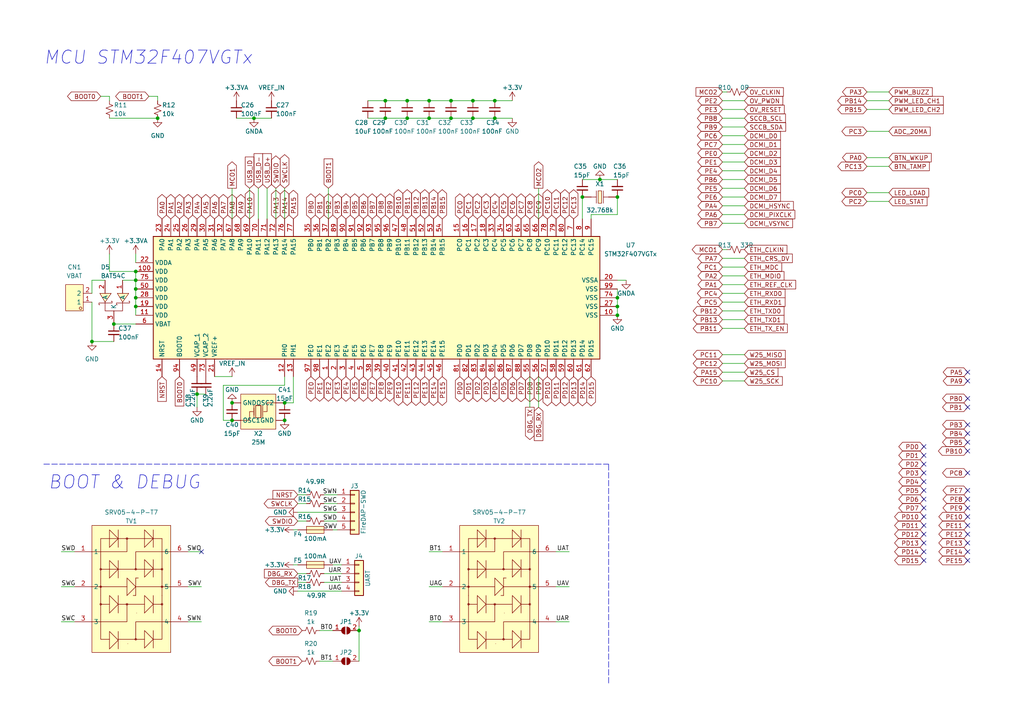
<source format=kicad_sch>
(kicad_sch (version 20211123) (generator eeschema)
  (paper "A4")
  (title_block (title "MCU,SWD,UART,BOOT") (date "2022-10-25") (rev "200") (company "A. Chen") (comment 1 "CCTV3_F407ZET_REV100"))
  (junction (at 137.16 29.21))
  (junction (at 82.55 116.84))
  (junction (at 82.55 121.92))
  (junction (at 39.37 78.74))
  (junction (at 179.07 91.44))
  (junction (at 130.81 29.21))
  (junction (at 118.11 29.21))
  (junction (at 118.11 34.29))
  (junction (at 67.31 116.84))
  (junction (at 143.51 34.29))
  (junction (at 67.31 121.92))
  (junction (at 137.16 34.29))
  (junction (at 26.67 99.06))
  (junction (at 39.37 88.9))
  (junction (at 130.81 34.29))
  (junction (at 173.99 52.07))
  (junction (at 111.76 34.29))
  (junction (at 57.15 114.3))
  (junction (at 179.07 88.9))
  (junction (at 33.02 93.98))
  (junction (at 168.91 57.15))
  (junction (at 45.72 34.29))
  (junction (at 179.07 57.15))
  (junction (at 39.37 81.28))
  (junction (at 124.46 34.29))
  (junction (at 39.37 83.82))
  (junction (at 73.66 34.29))
  (junction (at 179.07 86.36))
  (junction (at 39.37 86.36))
  (junction (at 104.14 182.88))
  (junction (at 124.46 29.21))
  (junction (at 111.76 29.21))
  (junction (at 143.51 29.21))
  (no_connect (at 58.42 160.02))
  (no_connect (at 267.97 154.94))
  (no_connect (at 267.97 142.24))
  (no_connect (at 267.97 144.78))
  (no_connect (at 267.97 147.32))
  (no_connect (at 267.97 149.86))
  (no_connect (at 267.97 152.4))
  (no_connect (at 267.97 162.56))
  (no_connect (at 267.97 157.48))
  (no_connect (at 267.97 160.02))
  (no_connect (at 267.97 139.7))
  (no_connect (at 267.97 137.16))
  (no_connect (at 267.97 134.62))
  (no_connect (at 267.97 132.08))
  (no_connect (at 267.97 129.54))
  (no_connect (at 280.67 154.94))
  (no_connect (at 280.67 149.86))
  (no_connect (at 280.67 152.4))
  (no_connect (at 280.67 144.78))
  (no_connect (at 280.67 147.32))
  (no_connect (at 280.67 142.24))
  (no_connect (at 280.67 162.56))
  (no_connect (at 280.67 160.02))
  (no_connect (at 280.67 157.48))
  (no_connect (at 280.67 130.81))
  (no_connect (at 280.67 137.16))
  (no_connect (at 280.67 128.27))
  (no_connect (at 280.67 123.19))
  (no_connect (at 280.67 118.11))
  (no_connect (at 280.67 125.73))
  (no_connect (at 280.67 110.49))
  (no_connect (at 280.67 115.57))
  (no_connect (at 280.67 107.95))
  (wire (pts (xy 86.36 143.51) (xy 88.9 143.51)))
  (wire (pts (xy 85.09 116.84) (xy 85.09 109.22)))
  (wire (pts (xy 179.07 86.36) (xy 179.07 88.9)))
  (wire (pts (xy 45.72 27.94) (xy 45.72 29.21)))
  (wire (pts (xy 209.55 31.75) (xy 215.9 31.75)))
  (wire (pts (xy 82.55 111.76) (xy 82.55 109.22)))
  (wire (pts (xy 86.36 166.37) (xy 88.9 166.37)))
  (wire (pts (xy 251.46 38.1) (xy 257.81 38.1)))
  (wire (pts (xy 161.29 180.34) (xy 165.1 180.34)))
  (wire (pts (xy 251.46 48.26) (xy 257.81 48.26)))
  (wire (pts (xy 64.77 111.76) (xy 64.77 121.92)))
  (wire (pts (xy 17.78 170.18) (xy 21.59 170.18)))
  (wire (pts (xy 209.55 44.45) (xy 215.9 44.45)))
  (wire (pts (xy 31.75 78.74) (xy 39.37 78.74)))
  (wire (pts (xy 31.75 34.29) (xy 45.72 34.29)))
  (wire (pts (xy 209.55 107.95) (xy 215.9 107.95)))
  (wire (pts (xy 17.78 160.02) (xy 21.59 160.02)))
  (wire (pts (xy 39.37 81.28) (xy 39.37 83.82)))
  (wire (pts (xy 209.55 77.47) (xy 215.9 77.47)))
  (wire (pts (xy 62.23 109.22) (xy 67.31 109.22)))
  (wire (pts (xy 124.46 29.21) (xy 130.81 29.21)))
  (wire (pts (xy 86.36 151.13) (xy 88.9 151.13)))
  (wire (pts (xy 251.46 45.72) (xy 257.81 45.72)))
  (wire (pts (xy 209.55 105.41) (xy 215.9 105.41)))
  (wire (pts (xy 124.46 180.34) (xy 128.27 180.34)))
  (wire (pts (xy 209.55 102.87) (xy 215.9 102.87)))
  (wire (pts (xy 168.91 52.07) (xy 173.99 52.07)))
  (wire (pts (xy 39.37 78.74) (xy 39.37 81.28)))
  (wire (pts (xy 179.07 88.9) (xy 179.07 91.44)))
  (wire (pts (xy 118.11 29.21) (xy 111.76 29.21)))
  (wire (pts (xy 209.55 74.93) (xy 215.9 74.93)))
  (wire (pts (xy 96.52 153.67) (xy 97.79 153.67)))
  (wire (pts (xy 171.45 62.23) (xy 179.07 62.23)))
  (wire (pts (xy 209.55 54.61) (xy 215.9 54.61)))
  (wire (pts (xy 209.55 72.39) (xy 210.82 72.39)))
  (wire (pts (xy 86.36 171.45) (xy 99.06 171.45)))
  (wire (pts (xy 124.46 170.18) (xy 128.27 170.18)))
  (wire (pts (xy 106.68 34.29) (xy 111.76 34.29)))
  (wire (pts (xy 67.31 54.61) (xy 67.31 63.5)))
  (wire (pts (xy 171.45 63.5) (xy 171.45 62.23)))
  (wire (pts (xy 209.55 82.55) (xy 215.9 82.55)))
  (wire (pts (xy 92.71 191.77) (xy 96.52 191.77)))
  (wire (pts (xy 179.07 83.82) (xy 179.07 86.36)))
  (wire (pts (xy 251.46 29.21) (xy 257.81 29.21)))
  (wire (pts (xy 209.55 85.09) (xy 215.9 85.09)))
  (wire (pts (xy 179.07 62.23) (xy 179.07 57.15)))
  (wire (pts (xy 209.55 41.91) (xy 215.9 41.91)))
  (wire (pts (xy 92.71 182.88) (xy 96.52 182.88)))
  (wire (pts (xy 124.46 34.29) (xy 118.11 34.29)))
  (wire (pts (xy 39.37 86.36) (xy 39.37 88.9)))
  (wire (pts (xy 153.67 109.22) (xy 153.67 118.11)))
  (wire (pts (xy 209.55 62.23) (xy 215.9 62.23)))
  (wire (pts (xy 39.37 83.82) (xy 39.37 86.36)))
  (wire (pts (xy 93.98 166.37) (xy 99.06 166.37)))
  (wire (pts (xy 209.55 26.67) (xy 210.82 26.67)))
  (wire (pts (xy 137.16 34.29) (xy 143.51 34.29)))
  (wire (pts (xy 161.29 160.02) (xy 165.1 160.02)))
  (wire (pts (xy 72.39 54.61) (xy 72.39 63.5)))
  (wire (pts (xy 45.72 27.94) (xy 43.18 27.94)))
  (wire (pts (xy 143.51 29.21) (xy 148.59 29.21)))
  (wire (pts (xy 54.61 160.02) (xy 58.42 160.02)))
  (wire (pts (xy 137.16 34.29) (xy 130.81 34.29)))
  (wire (pts (xy 209.55 49.53) (xy 215.9 49.53)))
  (wire (pts (xy 209.55 59.69) (xy 215.9 59.69)))
  (wire (pts (xy 57.15 114.3) (xy 59.69 114.3)))
  (wire (pts (xy 26.67 81.28) (xy 26.67 85.09)))
  (wire (pts (xy 251.46 58.42) (xy 257.81 58.42)))
  (wire (pts (xy 80.01 54.61) (xy 80.01 63.5)))
  (wire (pts (xy 106.68 29.21) (xy 111.76 29.21)))
  (polyline (pts (xy 12.7 134.62) (xy 176.53 134.62)))
  (wire (pts (xy 77.47 54.61) (xy 77.47 63.5)))
  (wire (pts (xy 209.55 39.37) (xy 215.9 39.37)))
  (wire (pts (xy 33.02 93.98) (xy 39.37 93.98)))
  (wire (pts (xy 209.55 110.49) (xy 215.9 110.49)))
  (wire (pts (xy 143.51 34.29) (xy 148.59 34.29)))
  (wire (pts (xy 93.98 143.51) (xy 97.79 143.51)))
  (wire (pts (xy 124.46 34.29) (xy 130.81 34.29)))
  (wire (pts (xy 86.36 148.59) (xy 97.79 148.59)))
  (wire (pts (xy 93.98 146.05) (xy 97.79 146.05)))
  (wire (pts (xy 17.78 180.34) (xy 21.59 180.34)))
  (wire (pts (xy 209.55 64.77) (xy 215.9 64.77)))
  (wire (pts (xy 31.75 73.66) (xy 31.75 78.74)))
  (wire (pts (xy 156.21 109.22) (xy 156.21 118.11)))
  (wire (pts (xy 209.55 52.07) (xy 215.9 52.07)))
  (wire (pts (xy 124.46 160.02) (xy 128.27 160.02)))
  (wire (pts (xy 156.21 54.61) (xy 156.21 63.5)))
  (polyline (pts (xy 176.53 198.12) (xy 176.53 134.62)))
  (wire (pts (xy 251.46 55.88) (xy 257.81 55.88)))
  (wire (pts (xy 85.09 163.83) (xy 86.36 163.83)))
  (wire (pts (xy 209.55 80.01) (xy 215.9 80.01)))
  (wire (pts (xy 26.67 81.28) (xy 30.48 81.28)))
  (wire (pts (xy 161.29 170.18) (xy 165.1 170.18)))
  (wire (pts (xy 251.46 31.75) (xy 257.81 31.75)))
  (wire (pts (xy 209.55 36.83) (xy 215.9 36.83)))
  (wire (pts (xy 93.98 151.13) (xy 97.79 151.13)))
  (wire (pts (xy 93.98 168.91) (xy 99.06 168.91)))
  (wire (pts (xy 54.61 180.34) (xy 58.42 180.34)))
  (wire (pts (xy 54.61 170.18) (xy 58.42 170.18)))
  (wire (pts (xy 82.55 116.84) (xy 85.09 116.84)))
  (wire (pts (xy 251.46 26.67) (xy 257.81 26.67)))
  (wire (pts (xy 118.11 29.21) (xy 124.46 29.21)))
  (wire (pts (xy 39.37 73.66) (xy 39.37 76.2)))
  (wire (pts (xy 35.56 81.28) (xy 39.37 81.28)))
  (wire (pts (xy 82.55 54.61) (xy 82.55 63.5)))
  (wire (pts (xy 209.55 46.99) (xy 215.9 46.99)))
  (wire (pts (xy 209.55 87.63) (xy 215.9 87.63)))
  (wire (pts (xy 31.75 27.94) (xy 31.75 29.21)))
  (wire (pts (xy 209.55 95.25) (xy 215.9 95.25)))
  (wire (pts (xy 57.15 114.3) (xy 57.15 118.11)))
  (wire (pts (xy 130.81 29.21) (xy 137.16 29.21)))
  (wire (pts (xy 73.66 34.29) (xy 78.74 34.29)))
  (wire (pts (xy 73.66 34.29) (xy 68.58 34.29)))
  (wire (pts (xy 209.55 57.15) (xy 215.9 57.15)))
  (wire (pts (xy 209.55 34.29) (xy 215.9 34.29)))
  (wire (pts (xy 26.67 87.63) (xy 26.67 99.06)))
  (wire (pts (xy 104.14 182.88) (xy 104.14 191.77)))
  (wire (pts (xy 209.55 92.71) (xy 215.9 92.71)))
  (wire (pts (xy 39.37 88.9) (xy 39.37 91.44)))
  (wire (pts (xy 86.36 146.05) (xy 88.9 146.05)))
  (wire (pts (xy 104.14 181.61) (xy 104.14 182.88)))
  (wire (pts (xy 179.07 81.28) (xy 181.61 81.28)))
  (wire (pts (xy 85.09 153.67) (xy 86.36 153.67)))
  (wire (pts (xy 137.16 29.21) (xy 143.51 29.21)))
  (wire (pts (xy 209.55 29.21) (xy 215.9 29.21)))
  (wire (pts (xy 118.11 34.29) (xy 111.76 34.29)))
  (wire (pts (xy 26.67 99.06) (xy 33.02 99.06)))
  (wire (pts (xy 64.77 111.76) (xy 82.55 111.76)))
  (wire (pts (xy 173.99 52.07) (xy 179.07 52.07)))
  (wire (pts (xy 86.36 168.91) (xy 88.9 168.91)))
  (wire (pts (xy 74.93 54.61) (xy 74.93 63.5)))
  (wire (pts (xy 29.21 27.94) (xy 31.75 27.94)))
  (wire (pts (xy 64.77 121.92) (xy 67.31 121.92)))
  (wire (pts (xy 168.91 57.15) (xy 168.91 63.5)))
  (wire (pts (xy 209.55 90.17) (xy 215.9 90.17)))
  (wire (pts (xy 95.25 54.61) (xy 95.25 63.5)))
  (wire (pts (xy 99.06 163.83) (xy 96.52 163.83)))
  (text "BOOT & DEBUG" (at 13.97 142.24 0) (effects (font (size 3.81 3.81) italic) (justify left bottom)))
  (text "MCU STM32F407VGTx" (at 12.7 19.05 0) (effects (font (size 3.81 3.81) italic) (justify left bottom)))
  (label "BT1" (at 96.52 191.77 180))
  (label "UAG" (at 124.46 170.18 0))
  (label "BT0" (at 96.52 182.88 180))
  (label "UAR" (at 99.06 166.37 180))
  (label "SWN" (at 58.42 180.34 180))
  (label "SWV" (at 58.42 170.18 180))
  (label "UAR" (at 165.1 180.34 180))
  (label "UAT" (at 165.1 160.02 180))
  (label "SWG" (at 17.78 170.18 0))
  (label "UAG" (at 99.06 171.45 180))
  (label "SWG" (at 97.79 148.59 180))
  (label "SWC" (at 17.78 180.34 0))
  (label "SWD" (at 97.79 151.13 180))
  (label "SWV" (at 97.79 153.67 180))
  (label "BT0" (at 124.46 180.34 0))
  (label "SWN" (at 97.79 143.51 180))
  (label "SWO" (at 58.42 160.02 180))
  (label "SWC" (at 97.79 146.05 180))
  (label "SWD" (at 17.78 160.02 0))
  (label "UAV" (at 99.06 163.83 180))
  (label "UAT" (at 99.06 168.91 180))
  (label "UAV" (at 165.1 170.18 180))
  (label "BT1" (at 124.46 160.02 0))
  (global_label "PB12" (shape bidirectional) (at 209.55 90.17 180) (property "Intersheet References" "${INTERSHEET_REFS}" (effects hide)))
  (global_label "PE9" (shape bidirectional) (at 280.67 147.32 180) (property "Intersheet References" "${INTERSHEET_REFS}" (effects hide)))
  (global_label "PE14" (shape bidirectional) (at 125.73 109.22 270) (property "Intersheet References" "${INTERSHEET_REFS}" (effects hide)))
  (global_label "PE10" (shape bidirectional) (at 115.57 109.22 270) (property "Intersheet References" "${INTERSHEET_REFS}" (effects hide)))
  (global_label "ETH_RXD0" (shape input) (at 215.9 85.09 0) (property "Intersheet References" "${INTERSHEET_REFS}" (effects hide)))
  (global_label "PD2" (shape bidirectional) (at 267.97 134.62 180) (property "Intersheet References" "${INTERSHEET_REFS}" (effects hide)))
  (global_label "PD8" (shape bidirectional) (at 153.67 109.22 270) (property "Intersheet References" "${INTERSHEET_REFS}" (effects hide)))
  (global_label "OV_CLKIN" (shape input) (at 215.9 26.67 0) (property "Intersheet References" "${INTERSHEET_REFS}" (effects hide)))
  (global_label "PA5" (shape bidirectional) (at 280.67 107.95 180) (property "Intersheet References" "${INTERSHEET_REFS}" (effects hide)))
  (global_label "PE2" (shape bidirectional) (at 95.25 109.22 270) (property "Intersheet References" "${INTERSHEET_REFS}" (effects hide)))
  (global_label "NRST" (shape input) (at 86.36 143.51 180) (property "Intersheet References" "${INTERSHEET_REFS}" (effects hide)))
  (global_label "DCMI_HSYNC" (shape input) (at 215.9 59.69 0) (property "Intersheet References" "${INTERSHEET_REFS}" (effects hide)))
  (global_label "SWDIO" (shape bidirectional) (at 86.36 151.13 180) (property "Intersheet References" "${INTERSHEET_REFS}" (effects hide)))
  (global_label "PC1" (shape bidirectional) (at 209.55 77.47 180) (property "Intersheet References" "${INTERSHEET_REFS}" (effects hide)))
  (global_label "PA2" (shape bidirectional) (at 52.07 63.5 90) (property "Intersheet References" "${INTERSHEET_REFS}" (effects hide)))
  (global_label "PC4" (shape bidirectional) (at 209.55 85.09 180) (property "Intersheet References" "${INTERSHEET_REFS}" (effects hide)))
  (global_label "PD13" (shape bidirectional) (at 166.37 109.22 270) (property "Intersheet References" "${INTERSHEET_REFS}" (effects hide)))
  (global_label "PA13" (shape bidirectional) (at 80.01 63.5 90) (property "Intersheet References" "${INTERSHEET_REFS}" (effects hide)))
  (global_label "ETH_MDC" (shape input) (at 215.9 77.47 0) (property "Intersheet References" "${INTERSHEET_REFS}" (effects hide)))
  (global_label "PE12" (shape bidirectional) (at 280.67 154.94 180) (property "Intersheet References" "${INTERSHEET_REFS}" (effects hide)))
  (global_label "ETH_RXD1" (shape input) (at 215.9 87.63 0) (property "Intersheet References" "${INTERSHEET_REFS}" (effects hide)))
  (global_label "PB15" (shape bidirectional) (at 251.46 31.75 180) (property "Intersheet References" "${INTERSHEET_REFS}" (effects hide)))
  (global_label "PB5" (shape bidirectional) (at 102.87 63.5 90) (property "Intersheet References" "${INTERSHEET_REFS}" (effects hide)))
  (global_label "DCMI_VSYNC" (shape input) (at 215.9 64.77 0) (property "Intersheet References" "${INTERSHEET_REFS}" (effects hide)))
  (global_label "DCMI_D7" (shape input) (at 215.9 57.15 0) (property "Intersheet References" "${INTERSHEET_REFS}" (effects hide)))
  (global_label "PE12" (shape bidirectional) (at 120.65 109.22 270) (property "Intersheet References" "${INTERSHEET_REFS}" (effects hide)))
  (global_label "PE0" (shape bidirectional) (at 209.55 44.45 180) (property "Intersheet References" "${INTERSHEET_REFS}" (effects hide)))
  (global_label "PD2" (shape bidirectional) (at 138.43 109.22 270) (property "Intersheet References" "${INTERSHEET_REFS}" (effects hide)))
  (global_label "PD4" (shape bidirectional) (at 143.51 109.22 270) (property "Intersheet References" "${INTERSHEET_REFS}" (effects hide)))
  (global_label "PD12" (shape bidirectional) (at 267.97 154.94 180) (property "Intersheet References" "${INTERSHEET_REFS}" (effects hide)))
  (global_label "PE7" (shape bidirectional) (at 107.95 109.22 270) (property "Intersheet References" "${INTERSHEET_REFS}" (effects hide)))
  (global_label "PD11" (shape bidirectional) (at 267.97 152.4 180) (property "Intersheet References" "${INTERSHEET_REFS}" (effects hide)))
  (global_label "PB14" (shape bidirectional) (at 251.46 29.21 180) (property "Intersheet References" "${INTERSHEET_REFS}" (effects hide)))
  (global_label "DBG_TX" (shape output) (at 153.67 118.11 270) (property "Intersheet References" "${INTERSHEET_REFS}" (effects hide)))
  (global_label "PA3" (shape bidirectional) (at 54.61 63.5 90) (property "Intersheet References" "${INTERSHEET_REFS}" (effects hide)))
  (global_label "PD15" (shape bidirectional) (at 267.97 162.56 180) (property "Intersheet References" "${INTERSHEET_REFS}" (effects hide)))
  (global_label "PB3" (shape bidirectional) (at 97.79 63.5 90) (property "Intersheet References" "${INTERSHEET_REFS}" (effects hide)))
  (global_label "PB10" (shape bidirectional) (at 115.57 63.5 90) (property "Intersheet References" "${INTERSHEET_REFS}" (effects hide)))
  (global_label "PE8" (shape bidirectional) (at 280.67 144.78 180) (property "Intersheet References" "${INTERSHEET_REFS}" (effects hide)))
  (global_label "PC11" (shape bidirectional) (at 209.55 102.87 180) (property "Intersheet References" "${INTERSHEET_REFS}" (effects hide)))
  (global_label "PB12" (shape bidirectional) (at 120.65 63.5 90) (property "Intersheet References" "${INTERSHEET_REFS}" (effects hide)))
  (global_label "SWDIO" (shape bidirectional) (at 80.01 54.61 90) (property "Intersheet References" "${INTERSHEET_REFS}" (effects hide)))
  (global_label "OV_RESET" (shape input) (at 215.9 31.75 0) (property "Intersheet References" "${INTERSHEET_REFS}" (effects hide)))
  (global_label "MCO2" (shape output) (at 156.21 54.61 90) (property "Intersheet References" "${INTERSHEET_REFS}" (effects hide)))
  (global_label "DBG_TX" (shape output) (at 86.36 168.91 180) (property "Intersheet References" "${INTERSHEET_REFS}" (effects hide)))
  (global_label "PB13" (shape bidirectional) (at 209.55 92.71 180) (property "Intersheet References" "${INTERSHEET_REFS}" (effects hide)))
  (global_label "PC12" (shape bidirectional) (at 163.83 63.5 90) (property "Intersheet References" "${INTERSHEET_REFS}" (effects hide)))
  (global_label "PE4" (shape bidirectional) (at 209.55 49.53 180) (property "Intersheet References" "${INTERSHEET_REFS}" (effects hide)))
  (global_label "PC9" (shape bidirectional) (at 156.21 63.5 90) (property "Intersheet References" "${INTERSHEET_REFS}" (effects hide)))
  (global_label "BOOT1" (shape bidirectional) (at 87.63 191.77 180) (property "Intersheet References" "${INTERSHEET_REFS}" (effects hide)))
  (global_label "PE11" (shape bidirectional) (at 280.67 152.4 180) (property "Intersheet References" "${INTERSHEET_REFS}" (effects hide)))
  (global_label "PC10" (shape bidirectional) (at 209.55 110.49 180) (property "Intersheet References" "${INTERSHEET_REFS}" (effects hide)))
  (global_label "ETH_CRS_DV" (shape input) (at 215.9 74.93 0) (property "Intersheet References" "${INTERSHEET_REFS}" (effects hide)))
  (global_label "PWM_LED_CH2" (shape input) (at 257.81 31.75 0) (property "Intersheet References" "${INTERSHEET_REFS}" (effects hide)))
  (global_label "ETH_TXD1" (shape input) (at 215.9 92.71 0) (property "Intersheet References" "${INTERSHEET_REFS}" (effects hide)))
  (global_label "PB6" (shape bidirectional) (at 209.55 52.07 180) (property "Intersheet References" "${INTERSHEET_REFS}" (effects hide)))
  (global_label "PD12" (shape bidirectional) (at 163.83 109.22 270) (property "Intersheet References" "${INTERSHEET_REFS}" (effects hide)))
  (global_label "PE3" (shape bidirectional) (at 97.79 109.22 270) (property "Intersheet References" "${INTERSHEET_REFS}" (effects hide)))
  (global_label "PC10" (shape bidirectional) (at 158.75 63.5 90) (property "Intersheet References" "${INTERSHEET_REFS}" (effects hide)))
  (global_label "PC13" (shape bidirectional) (at 166.37 63.5 90) (property "Intersheet References" "${INTERSHEET_REFS}" (effects hide)))
  (global_label "PD5" (shape bidirectional) (at 146.05 109.22 270) (property "Intersheet References" "${INTERSHEET_REFS}" (effects hide)))
  (global_label "PB0" (shape bidirectional) (at 280.67 115.57 180) (property "Intersheet References" "${INTERSHEET_REFS}" (effects hide)))
  (global_label "PA7" (shape bidirectional) (at 209.55 74.93 180) (property "Intersheet References" "${INTERSHEET_REFS}" (effects hide)))
  (global_label "PE15" (shape bidirectional) (at 280.67 162.56 180) (property "Intersheet References" "${INTERSHEET_REFS}" (effects hide)))
  (global_label "W25_MOSI" (shape input) (at 215.9 105.41 0) (property "Intersheet References" "${INTERSHEET_REFS}" (effects hide)))
  (global_label "PC0" (shape bidirectional) (at 133.35 63.5 90) (property "Intersheet References" "${INTERSHEET_REFS}" (effects hide)))
  (global_label "PE5" (shape bidirectional) (at 209.55 54.61 180) (property "Intersheet References" "${INTERSHEET_REFS}" (effects hide)))
  (global_label "BTN_TAMP" (shape input) (at 257.81 48.26 0) (property "Intersheet References" "${INTERSHEET_REFS}" (effects hide)))
  (global_label "PD13" (shape bidirectional) (at 267.97 157.48 180) (property "Intersheet References" "${INTERSHEET_REFS}" (effects hide)))
  (global_label "PA4" (shape bidirectional) (at 57.15 63.5 90) (property "Intersheet References" "${INTERSHEET_REFS}" (effects hide)))
  (global_label "PD14" (shape bidirectional) (at 267.97 160.02 180) (property "Intersheet References" "${INTERSHEET_REFS}" (effects hide)))
  (global_label "PD15" (shape bidirectional) (at 171.45 109.22 270) (property "Intersheet References" "${INTERSHEET_REFS}" (effects hide)))
  (global_label "PA1" (shape bidirectional) (at 209.55 82.55 180) (property "Intersheet References" "${INTERSHEET_REFS}" (effects hide)))
  (global_label "ETH_MDIO" (shape input) (at 215.9 80.01 0) (property "Intersheet References" "${INTERSHEET_REFS}" (effects hide)))
  (global_label "PD3" (shape bidirectional) (at 140.97 109.22 270) (property "Intersheet References" "${INTERSHEET_REFS}" (effects hide)))
  (global_label "PE15" (shape bidirectional) (at 128.27 109.22 270) (property "Intersheet References" "${INTERSHEET_REFS}" (effects hide)))
  (global_label "ADC_20MA" (shape input) (at 257.81 38.1 0) (property "Intersheet References" "${INTERSHEET_REFS}" (effects hide)))
  (global_label "PB11" (shape bidirectional) (at 209.55 95.25 180) (property "Intersheet References" "${INTERSHEET_REFS}" (effects hide)))
  (global_label "PB5" (shape bidirectional) (at 280.67 128.27 180) (property "Intersheet References" "${INTERSHEET_REFS}" (effects hide)))
  (global_label "ETH_TXD0" (shape input) (at 215.9 90.17 0) (property "Intersheet References" "${INTERSHEET_REFS}" (effects hide)))
  (global_label "PD11" (shape bidirectional) (at 161.29 109.22 270) (property "Intersheet References" "${INTERSHEET_REFS}" (effects hide)))
  (global_label "PE3" (shape bidirectional) (at 209.55 31.75 180) (property "Intersheet References" "${INTERSHEET_REFS}" (effects hide)))
  (global_label "DCMI_PIXCLK" (shape input) (at 215.9 62.23 0) (property "Intersheet References" "${INTERSHEET_REFS}" (effects hide)))
  (global_label "PB9" (shape bidirectional) (at 113.03 63.5 90) (property "Intersheet References" "${INTERSHEET_REFS}" (effects hide)))
  (global_label "MCO1" (shape bidirectional) (at 209.55 72.39 180) (property "Intersheet References" "${INTERSHEET_REFS}" (effects hide)))
  (global_label "PE1" (shape bidirectional) (at 92.71 109.22 270) (property "Intersheet References" "${INTERSHEET_REFS}" (effects hide)))
  (global_label "PD0" (shape bidirectional) (at 267.97 129.54 180) (property "Intersheet References" "${INTERSHEET_REFS}" (effects hide)))
  (global_label "PA0" (shape bidirectional) (at 251.46 45.72 180) (property "Intersheet References" "${INTERSHEET_REFS}" (effects hide)))
  (global_label "PD0" (shape bidirectional) (at 133.35 109.22 270) (property "Intersheet References" "${INTERSHEET_REFS}" (effects hide)))
  (global_label "PD7" (shape bidirectional) (at 267.97 147.32 180) (property "Intersheet References" "${INTERSHEET_REFS}" (effects hide)))
  (global_label "W25_CS" (shape input) (at 215.9 107.95 0) (property "Intersheet References" "${INTERSHEET_REFS}" (effects hide)))
  (global_label "DCMI_D1" (shape input) (at 215.9 41.91 0) (property "Intersheet References" "${INTERSHEET_REFS}" (effects hide)))
  (global_label "PA9" (shape bidirectional) (at 280.67 110.49 180) (property "Intersheet References" "${INTERSHEET_REFS}" (effects hide)))
  (global_label "W25_MISO" (shape input) (at 215.9 102.87 0) (property "Intersheet References" "${INTERSHEET_REFS}" (effects hide)))
  (global_label "DCMI_D4" (shape input) (at 215.9 49.53 0) (property "Intersheet References" "${INTERSHEET_REFS}" (effects hide)))
  (global_label "PA5" (shape bidirectional) (at 59.69 63.5 90) (property "Intersheet References" "${INTERSHEET_REFS}" (effects hide)))
  (global_label "PE7" (shape bidirectional) (at 280.67 142.24 180) (property "Intersheet References" "${INTERSHEET_REFS}" (effects hide)))
  (global_label "BOOT1" (shape bidirectional) (at 43.18 27.94 180) (property "Intersheet References" "${INTERSHEET_REFS}" (effects hide)))
  (global_label "PC13" (shape bidirectional) (at 251.46 48.26 180) (property "Intersheet References" "${INTERSHEET_REFS}" (effects hide)))
  (global_label "PD1" (shape bidirectional) (at 267.97 132.08 180) (property "Intersheet References" "${INTERSHEET_REFS}" (effects hide)))
  (global_label "DBG_RX" (shape input) (at 156.21 118.11 270) (property "Intersheet References" "${INTERSHEET_REFS}" (effects hide)))
  (global_label "PC7" (shape bidirectional) (at 209.55 41.91 180) (property "Intersheet References" "${INTERSHEET_REFS}" (effects hide)))
  (global_label "PC3" (shape bidirectional) (at 251.46 38.1 180) (property "Intersheet References" "${INTERSHEET_REFS}" (effects hide)))
  (global_label "DCMI_D6" (shape input) (at 215.9 54.61 0) (property "Intersheet References" "${INTERSHEET_REFS}" (effects hide)))
  (global_label "PC5" (shape bidirectional) (at 146.05 63.5 90) (property "Intersheet References" "${INTERSHEET_REFS}" (effects hide)))
  (global_label "PC6" (shape bidirectional) (at 148.59 63.5 90) (property "Intersheet References" "${INTERSHEET_REFS}" (effects hide)))
  (global_label "PB1" (shape bidirectional) (at 280.67 118.11 180) (property "Intersheet References" "${INTERSHEET_REFS}" (effects hide)))
  (global_label "LED_STAT" (shape input) (at 257.81 58.42 0) (property "Intersheet References" "${INTERSHEET_REFS}" (effects hide)))
  (global_label "PE14" (shape bidirectional) (at 280.67 160.02 180) (property "Intersheet References" "${INTERSHEET_REFS}" (effects hide)))
  (global_label "BOOT1" (shape input) (at 95.25 54.61 90) (property "Intersheet References" "${INTERSHEET_REFS}" (effects hide)))
  (global_label "PC12" (shape bidirectional) (at 209.55 105.41 180) (property "Intersheet References" "${INTERSHEET_REFS}" (effects hide)))
  (global_label "PD7" (shape bidirectional) (at 151.13 109.22 270) (property "Intersheet References" "${INTERSHEET_REFS}" (effects hide)))
  (global_label "PD6" (shape bidirectional) (at 148.59 109.22 270) (property "Intersheet References" "${INTERSHEET_REFS}" (effects hide)))
  (global_label "SWCLK" (shape bidirectional) (at 86.36 146.05 180) (property "Intersheet References" "${INTERSHEET_REFS}" (effects hide)))
  (global_label "PB13" (shape bidirectional) (at 123.19 63.5 90) (property "Intersheet References" "${INTERSHEET_REFS}" (effects hide)))
  (global_label "ETH_TX_EN" (shape input) (at 215.9 95.25 0) (property "Intersheet References" "${INTERSHEET_REFS}" (effects hide)))
  (global_label "PA1" (shape bidirectional) (at 49.53 63.5 90) (property "Intersheet References" "${INTERSHEET_REFS}" (effects hide)))
  (global_label "PC5" (shape bidirectional) (at 209.55 87.63 180) (property "Intersheet References" "${INTERSHEET_REFS}" (effects hide)))
  (global_label "PA10" (shape bidirectional) (at 72.39 63.5 90) (property "Intersheet References" "${INTERSHEET_REFS}" (effects hide)))
  (global_label "PA9" (shape bidirectional) (at 69.85 63.5 90) (property "Intersheet References" "${INTERSHEET_REFS}" (effects hide)))
  (global_label "PA6" (shape bidirectional) (at 62.23 63.5 90) (property "Intersheet References" "${INTERSHEET_REFS}" (effects hide)))
  (global_label "PB4" (shape bidirectional) (at 280.67 125.73 180) (property "Intersheet References" "${INTERSHEET_REFS}" (effects hide)))
  (global_label "PB9" (shape bidirectional) (at 209.55 36.83 180) (property "Intersheet References" "${INTERSHEET_REFS}" (effects hide)))
  (global_label "DCMI_D5" (shape input) (at 215.9 52.07 0) (property "Intersheet References" "${INTERSHEET_REFS}" (effects hide)))
  (global_label "PE6" (shape bidirectional) (at 209.55 57.15 180) (property "Intersheet References" "${INTERSHEET_REFS}" (effects hide)))
  (global_label "BOOT0" (shape input) (at 52.07 109.22 270) (property "Intersheet References" "${INTERSHEET_REFS}" (effects hide)))
  (global_label "PE6" (shape bidirectional) (at 105.41 109.22 270) (property "Intersheet References" "${INTERSHEET_REFS}" (effects hide)))
  (global_label "PA15" (shape bidirectional) (at 209.55 107.95 180) (property "Intersheet References" "${INTERSHEET_REFS}" (effects hide)))
  (global_label "PB7" (shape bidirectional) (at 107.95 63.5 90) (property "Intersheet References" "${INTERSHEET_REFS}" (effects hide)))
  (global_label "MCO2" (shape input) (at 209.55 26.67 180) (property "Intersheet References" "${INTERSHEET_REFS}" (effects hide)))
  (global_label "ETH_REF_CLK" (shape input) (at 215.9 82.55 0) (property "Intersheet References" "${INTERSHEET_REFS}" (effects hide)))
  (global_label "PC11" (shape bidirectional) (at 161.29 63.5 90) (property "Intersheet References" "${INTERSHEET_REFS}" (effects hide)))
  (global_label "PD1" (shape bidirectional) (at 135.89 109.22 270) (property "Intersheet References" "${INTERSHEET_REFS}" (effects hide)))
  (global_label "PB0" (shape bidirectional) (at 90.17 63.5 90) (property "Intersheet References" "${INTERSHEET_REFS}" (effects hide)))
  (global_label "PB1" (shape bidirectional) (at 92.71 63.5 90) (property "Intersheet References" "${INTERSHEET_REFS}" (effects hide)))
  (global_label "PC8" (shape bidirectional) (at 153.67 63.5 90) (property "Intersheet References" "${INTERSHEET_REFS}" (effects hide)))
  (global_label "PD14" (shape bidirectional) (at 168.91 109.22 270) (property "Intersheet References" "${INTERSHEET_REFS}" (effects hide)))
  (global_label "PA0" (shape bidirectional) (at 46.99 63.5 90) (property "Intersheet References" "${INTERSHEET_REFS}" (effects hide)))
  (global_label "PC6" (shape bidirectional) (at 209.55 39.37 180) (property "Intersheet References" "${INTERSHEET_REFS}" (effects hide)))
  (global_label "PB8" (shape bidirectional) (at 110.49 63.5 90) (property "Intersheet References" "${INTERSHEET_REFS}" (effects hide)))
  (global_label "PB15" (shape bidirectional) (at 128.27 63.5 90) (property "Intersheet References" "${INTERSHEET_REFS}" (effects hide)))
  (global_label "PE9" (shape bidirectional) (at 113.03 109.22 270) (property "Intersheet References" "${INTERSHEET_REFS}" (effects hide)))
  (global_label "PB4" (shape bidirectional) (at 100.33 63.5 90) (property "Intersheet References" "${INTERSHEET_REFS}" (effects hide)))
  (global_label "DBG_RX" (shape input) (at 86.36 166.37 180) (property "Intersheet References" "${INTERSHEET_REFS}" (effects hide)))
  (global_label "PB7" (shape bidirectional) (at 209.55 64.77 180) (property "Intersheet References" "${INTERSHEET_REFS}" (effects hide)))
  (global_label "PA7" (shape bidirectional) (at 64.77 63.5 90) (property "Intersheet References" "${INTERSHEET_REFS}" (effects hide)))
  (global_label "PE10" (shape bidirectional) (at 280.67 149.86 180) (property "Intersheet References" "${INTERSHEET_REFS}" (effects hide)))
  (global_label "PE4" (shape bidirectional) (at 100.33 109.22 270) (property "Intersheet References" "${INTERSHEET_REFS}" (effects hide)))
  (global_label "PD6" (shape bidirectional) (at 267.97 144.78 180) (property "Intersheet References" "${INTERSHEET_REFS}" (effects hide)))
  (global_label "PB14" (shape bidirectional) (at 125.73 63.5 90) (property "Intersheet References" "${INTERSHEET_REFS}" (effects hide)))
  (global_label "PB2" (shape bidirectional) (at 95.25 63.5 90) (property "Intersheet References" "${INTERSHEET_REFS}" (effects hide)))
  (global_label "PC4" (shape bidirectional) (at 143.51 63.5 90) (property "Intersheet References" "${INTERSHEET_REFS}" (effects hide)))
  (global_label "PD9" (shape bidirectional) (at 156.21 109.22 270) (property "Intersheet References" "${INTERSHEET_REFS}" (effects hide)))
  (global_label "DCMI_D2" (shape input) (at 215.9 44.45 0) (property "Intersheet References" "${INTERSHEET_REFS}" (effects hide)))
  (global_label "DCMI_D3" (shape input) (at 215.9 46.99 0) (property "Intersheet References" "${INTERSHEET_REFS}" (effects hide)))
  (global_label "PWM_BUZZ" (shape input) (at 257.81 26.67 0) (property "Intersheet References" "${INTERSHEET_REFS}" (effects hide)))
  (global_label "DCMI_D0" (shape input) (at 215.9 39.37 0) (property "Intersheet References" "${INTERSHEET_REFS}" (effects hide)))
  (global_label "NRST" (shape input) (at 46.99 109.22 270) (property "Intersheet References" "${INTERSHEET_REFS}" (effects hide)))
  (global_label "PA15" (shape bidirectional) (at 85.09 63.5 90) (property "Intersheet References" "${INTERSHEET_REFS}" (effects hide)))
  (global_label "BOOT0" (shape bidirectional) (at 87.63 182.88 180) (property "Intersheet References" "${INTERSHEET_REFS}" (effects hide)))
  (global_label "PD5" (shape bidirectional) (at 267.97 142.24 180) (property "Intersheet References" "${INTERSHEET_REFS}" (effects hide)))
  (global_label "PA2" (shape bidirectional) (at 209.55 80.01 180) (property "Intersheet References" "${INTERSHEET_REFS}" (effects hide)))
  (global_label "PD3" (shape bidirectional) (at 267.97 137.16 180) (property "Intersheet References" "${INTERSHEET_REFS}" (effects hide)))
  (global_label "PC1" (shape bidirectional) (at 135.89 63.5 90) (property "Intersheet References" "${INTERSHEET_REFS}" (effects hide)))
  (global_label "PB8" (shape bidirectional) (at 209.55 34.29 180) (property "Intersheet References" "${INTERSHEET_REFS}" (effects hide)))
  (global_label "PE1" (shape bidirectional) (at 209.55 46.99 180) (property "Intersheet References" "${INTERSHEET_REFS}" (effects hide)))
  (global_label "PC7" (shape bidirectional) (at 151.13 63.5 90) (property "Intersheet References" "${INTERSHEET_REFS}" (effects hide)))
  (global_label "PD10" (shape bidirectional) (at 158.75 109.22 270) (property "Intersheet References" "${INTERSHEET_REFS}" (effects hide)))
  (global_label "OV_PWDN" (shape input) (at 215.9 29.21 0) (property "Intersheet References" "${INTERSHEET_REFS}" (effects hide)))
  (global_label "LED_LOAD" (shape input) (at 257.81 55.88 0) (property "Intersheet References" "${INTERSHEET_REFS}" (effects hide)))
  (global_label "PA6" (shape bidirectional) (at 209.55 62.23 180) (property "Intersheet References" "${INTERSHEET_REFS}" (effects hide)))
  (global_label "PC8" (shape bidirectional) (at 280.67 137.16 180) (property "Intersheet References" "${INTERSHEET_REFS}" (effects hide)))
  (global_label "PD4" (shape bidirectional) (at 267.97 139.7 180) (property "Intersheet References" "${INTERSHEET_REFS}" (effects hide)))
  (global_label "PC2" (shape bidirectional) (at 251.46 58.42 180) (property "Intersheet References" "${INTERSHEET_REFS}" (effects hide)))
  (global_label "PE8" (shape bidirectional) (at 110.49 109.22 270) (property "Intersheet References" "${INTERSHEET_REFS}" (effects hide)))
  (global_label "W25_SCK" (shape input) (at 215.9 110.49 0) (property "Intersheet References" "${INTERSHEET_REFS}" (effects hide)))
  (global_label "USB_ID" (shape input) (at 72.39 54.61 90) (property "Intersheet References" "${INTERSHEET_REFS}" (effects hide)))
  (global_label "PE2" (shape bidirectional) (at 209.55 29.21 180) (property "Intersheet References" "${INTERSHEET_REFS}" (effects hide)))
  (global_label "PC0" (shape bidirectional) (at 251.46 55.88 180) (property "Intersheet References" "${INTERSHEET_REFS}" (effects hide)))
  (global_label "PA3" (shape bidirectional) (at 251.46 26.67 180) (property "Intersheet References" "${INTERSHEET_REFS}" (effects hide)))
  (global_label "PB6" (shape bidirectional) (at 105.41 63.5 90) (property "Intersheet References" "${INTERSHEET_REFS}" (effects hide)))
  (global_label "PB3" (shape bidirectional) (at 280.67 123.19 180) (property "Intersheet References" "${INTERSHEET_REFS}" (effects hide)))
  (global_label "ETH_CLKIN" (shape input) (at 215.9 72.39 0) (property "Intersheet References" "${INTERSHEET_REFS}" (effects hide)))
  (global_label "PE0" (shape bidirectional) (at 90.17 109.22 270) (property "Intersheet References" "${INTERSHEET_REFS}" (effects hide)))
  (global_label "SCCB_SDA" (shape input) (at 215.9 36.83 0) (property "Intersheet References" "${INTERSHEET_REFS}" (effects hide)))
  (global_label "MCO1" (shape output) (at 67.31 54.61 90) (property "Intersheet References" "${INTERSHEET_REFS}" (effects hide)))
  (global_label "PE5" (shape bidirectional) (at 102.87 109.22 270) (property "Intersheet References" "${INTERSHEET_REFS}" (effects hide)))
  (global_label "PE13" (shape bidirectional) (at 280.67 157.48 180) (property "Intersheet References" "${INTERSHEET_REFS}" (effects hide)))
  (global_label "PD10" (shape bidirectional) (at 267.97 149.86 180) (property "Intersheet References" "${INTERSHEET_REFS}" (effects hide)))
  (global_label "PE13" (shape bidirectional) (at 123.19 109.22 270) (property "Intersheet References" "${INTERSHEET_REFS}" (effects hide)))
  (global_label "PA8" (shape bidirectional) (at 67.31 63.5 90) (property "Intersheet References" "${INTERSHEET_REFS}" (effects hide)))
  (global_label "SCCB_SCL" (shape input) (at 215.9 34.29 0) (property "Intersheet References" "${INTERSHEET_REFS}" (effects hide)))
  (global_label "PC3" (shape bidirectional) (at 140.97 63.5 90) (property "Intersheet References" "${INTERSHEET_REFS}" (effects hide)))
  (global_label "BTN_WKUP" (shape input) (at 257.81 45.72 0) (property "Intersheet References" "${INTERSHEET_REFS}" (effects hide)))
  (global_label "PB11" (shape bidirectional) (at 118.11 63.5 90) (property "Intersheet References" "${INTERSHEET_REFS}" (effects hide)))
  (global_label "PC2" (shape bidirectional) (at 138.43 63.5 90) (property "Intersheet References" "${INTERSHEET_REFS}" (effects hide)))
  (global_label "USB_D-" (shape input) (at 74.93 54.61 90) (property "Intersheet References" "${INTERSHEET_REFS}" (effects hide)))
  (global_label "PE11" (shape bidirectional) (at 118.11 109.22 270) (property "Intersheet References" "${INTERSHEET_REFS}" (effects hide)))
  (global_label "PA4" (shape bidirectional) (at 209.55 59.69 180) (property "Intersheet References" "${INTERSHEET_REFS}" (effects hide)))
  (global_label "PWM_LED_CH1" (shape input) (at 257.81 29.21 0) (property "Intersheet References" "${INTERSHEET_REFS}" (effects hide)))
  (global_label "PA14" (shape bidirectional) (at 82.55 63.5 90) (property "Intersheet References" "${INTERSHEET_REFS}" (effects hide)))
  (global_label "BOOT0" (shape bidirectional) (at 29.21 27.94 180) (property "Intersheet References" "${INTERSHEET_REFS}" (effects hide)))
  (global_label "SWCLK" (shape bidirectional) (at 82.55 54.61 90) (property "Intersheet References" "${INTERSHEET_REFS}" (effects hide)))
  (global_label "PB10" (shape bidirectional) (at 280.67 130.81 180) (property "Intersheet References" "${INTERSHEET_REFS}" (effects hide)))
  (global_label "USB_D+" (shape input) (at 77.47 54.61 90) (property "Intersheet References" "${INTERSHEET_REFS}" (effects hide)))
  (symbol (lib_id "lcsc_parts:Cap") (at 118.11 31.75 0) (unit 1)
    (property "Reference" "C30" (at 114.3 35.56 0) (effects (justify left)))
    (property "Value" "100nF" (at 114.3 38.1 0) (effects (justify left)))
    (property "Footprint" "Capacitor_SMD:C_0402_1005Metric" (effects hide))
    (property "Voltage" "50V" (effects hide))
    (property "LCSC Part" "TBD" (effects hide))
  )
  (symbol (lib_id "power:GNDA") (at 73.66 34.29 0) (unit 1)
    (property "Reference" "#PWR048" (effects hide))
    (property "Value" "GNDA" (at 73.66 38.1 0))
  )
  (symbol (lib_id "lcsc_parts:Cap") (at 82.55 119.38 0) (unit 1)
    (property "Reference" "C41" (at 82.55 113.03 0))
    (property "Value" "15pF" (at 82.55 115.57 0))
    (property "Footprint" "Capacitor_SMD:C_0402_1005Metric" (effects hide))
    (property "Voltage" "50V" (effects hide))
    (property "LCSC Part" "TBD" (effects hide))
  )
  (symbol (lib_id "power:GND") (at 179.07 91.44 0) (unit 1)
    (property "Reference" "#PWR054" (effects hide))
    (property "Value" "GND" (at 179.07 95.25 0))
  )
  (symbol (lib_id "lcsc_parts:Res") (at 91.44 166.37 270) (unit 1)
    (property "Reference" "R17" (at 86.36 167.64 90) (effects (justify left)))
    (property "Value" "49.9R" (effects hide))
    (property "Footprint" "Resistor_SMD:R_0603_1608Metric" (effects hide))
    (property "LCSC Part" "TBD" (effects hide))
  )
  (symbol (lib_id "Jumper:SolderJumper_2_Open") (at 100.33 182.88 0) (unit 1)
    (property "Reference" "JP1" (at 100.33 180.34 0))
    (property "Value" "SolderJumper_2_Open" (effects hide))
    (property "Footprint" "Jumper:SolderJumper-2_P1.3mm_Open_RoundedPad1.0x1.5mm" (effects hide))
  )
  (symbol (lib_id "MCU_ST_STM32F4:STM32F407VETx") (at 107.95 86.36 90) (unit 1)
    (property "Reference" "U7" (at 182.88 71.12 90))
    (property "Value" "STM32F407VGTx" (at 182.88 73.66 90))
    (property "Footprint" "Package_QFP:LQFP-100_14x14mm_P0.5mm" (effects hide))
    (property "Datasheet" "http://www.st.com/st-web-ui/static/active/en/resource/technical/document/datasheet/DM00037051.pdf" (effects hide))
    (property "LCSC Part" "C12345" (effects hide))
    (property "JLC Part" "Extended Part" (effects hide))
  )
  (symbol (lib_id "lcsc_parts:Osc_25M_12pF") (at 74.93 119.38 0) (unit 1)
    (property "Reference" "X2" (at 74.93 125.73 0))
    (property "Value" "25M" (at 74.93 128.27 0))
    (property "Footprint" "lcsc_parts:OSC-SMD_4P-L3.2-W2.5-BL" (effects hide))
    (property "Datasheet" "https://lcsc.com/product-detail/SMD-Crystals_YSX321SL-25MHZ-12PF-10PPM-40-85_C9006.html" (effects hide))
    (property "Manufacturer" "YXC" (effects hide))
    (property "LCSC Part" "C9006" (effects hide))
    (property "JLC Part" "Basic Part" (effects hide))
    (property "Model" "X322525MOB4SI" (effects hide))
    (property "Load Cap" "12pF" (effects hide))
  )
  (symbol (lib_id "power:GND") (at 86.36 148.59 270) (unit 1)
    (property "Reference" "#PWR060" (effects hide))
    (property "Value" "GND" (at 81.28 148.59 90))
  )
  (symbol (lib_id "Jumper:SolderJumper_2_Open") (at 100.33 191.77 0) (unit 1)
    (property "Reference" "JP2" (at 100.33 189.23 0))
    (property "Value" "SolderJumper_2_Open" (effects hide))
    (property "Footprint" "Jumper:SolderJumper-2_P1.3mm_Open_RoundedPad1.0x1.5mm" (effects hide))
  )
  (symbol (lib_id "lcsc_parts:Res") (at 90.17 182.88 270) (unit 1)
    (property "Reference" "R19" (at 90.17 177.8 90))
    (property "Value" "1k" (at 90.17 180.34 90))
    (property "Footprint" "Resistor_SMD:R_0402_1005Metric" (effects hide))
    (property "LCSC Part" "TBD" (effects hide))
  )
  (symbol (lib_id "Connector_Generic:Conn_01x04") (at 104.14 166.37 0) (unit 1)
    (property "Reference" "J4" (at 102.87 161.29 0) (effects (justify left)))
    (property "Value" "UART" (at 106.68 170.18 90) (effects (justify left)))
    (property "Footprint" "Connector_PinHeader_2.54mm:PinHeader_1x04_P2.54mm_Vertical" (effects hide))
  )
  (symbol (lib_id "lcsc_parts:SRV05-4-P-T7") (at 144.78 171.45 180) (unit 1)
    (property "Reference" "TV2" (at 144.78 151.13 0))
    (property "Value" "SRV05-4-P-T7" (at 144.78 148.59 0))
    (property "Footprint" "lcsc_parts:SOT-23-6_L2.9-W1.6-P0.95-LS2.8-BR" (effects hide))
    (property "Datasheet" "https://lcsc.com/product-detail/TVS_SRV05-4-P-T7_C85364.html" (effects hide))
    (property "Manufacturer" "PROTEK" (effects hide))
    (property "LCSC Part" "C85364" (effects hide))
    (property "JLC Part" "Basic Part" (effects hide))
  )
  (symbol (lib_id "power:GND") (at 148.59 34.29 0) (unit 1)
    (property "Reference" "#PWR049" (effects hide))
    (property "Value" "GND" (at 148.59 38.1 0))
  )
  (symbol (lib_id "power:GNDA") (at 181.61 81.28 0) (unit 1)
    (property "Reference" "#PWR053" (effects hide))
    (property "Value" "GNDA" (at 181.61 85.09 0))
  )
  (symbol (lib_id "lcsc_parts:BSMD0603-010-33V") (at 91.44 163.83 180) (unit 1)
    (property "Reference" "F5" (at 85.09 162.56 0) (effects (justify right)))
    (property "Value" "100mA" (at 91.44 161.29 0))
    (property "Footprint" "Fuse:Fuse_0603_1608Metric" (effects hide))
    (property "Datasheet" "https://lcsc.com/product-detail/PTC-Resettable-Fuses_BHFUSE-BSMD0603-010-33V_C883090.html" (effects hide))
    (property "Manufacturer" "BHFUSE" (effects hide))
    (property "LCSC Part" "C883090" (effects hide))
    (property "JLC Part" "Extended Part" (effects hide))
  )
  (symbol (lib_id "lcsc_parts:Cap") (at 78.74 31.75 0) (unit 1)
    (property "Reference" "C27" (at 80.01 30.48 0) (effects (justify left)))
    (property "Value" "100nF" (at 80.01 33.02 0) (effects (justify left)))
    (property "Footprint" "Capacitor_SMD:C_0402_1005Metric" (effects hide))
    (property "Voltage" "25V" (effects hide))
    (property "LCSC Part" "TBD" (effects hide))
  )
  (symbol (lib_id "power:GND") (at 86.36 171.45 270) (unit 1)
    (property "Reference" "#PWR063" (effects hide))
    (property "Value" "GND" (at 81.28 171.45 90))
  )
  (symbol (lib_id "lcsc_parts:Cap") (at 111.76 31.75 0) (unit 1)
    (property "Reference" "C29" (at 107.95 35.56 0) (effects (justify left)))
    (property "Value" "100nF" (at 107.95 38.1 0) (effects (justify left)))
    (property "Footprint" "Capacitor_SMD:C_0402_1005Metric" (effects hide))
    (property "Voltage" "50V" (effects hide))
    (property "LCSC Part" "TBD" (effects hide))
  )
  (symbol (lib_id "power:GND") (at 67.31 116.84 180) (unit 1)
    (property "Reference" "#PWR057" (effects hide))
    (property "Value" "GND" (at 67.31 113.03 0))
  )
  (symbol (lib_id "power:GND") (at 57.15 118.11 0) (unit 1)
    (property "Reference" "#PWR058" (effects hide))
    (property "Value" "GND" (at 57.15 121.92 0))
  )
  (symbol (lib_id "power:+3.3VA") (at 39.37 73.66 0) (unit 1)
    (property "Reference" "#PWR052" (effects hide))
    (property "Value" "+3.3VA" (at 39.37 69.85 0))
  )
  (symbol (lib_id "lcsc_parts:Cap") (at 130.81 31.75 0) (unit 1)
    (property "Reference" "C32" (at 127 35.56 0) (effects (justify left)))
    (property "Value" "100nF" (at 127 38.1 0) (effects (justify left)))
    (property "Footprint" "Capacitor_SMD:C_0402_1005Metric" (effects hide))
    (property "Voltage" "50V" (effects hide))
    (property "LCSC Part" "TBD" (effects hide))
  )
  (symbol (lib_id "lcsc_parts:Res") (at 213.36 26.67 90) (unit 1)
    (property "Reference" "R10" (at 212.09 25.4 90) (effects (justify left)))
    (property "Value" "0R" (at 214.63 25.4 90) (effects (justify right)))
    (property "Footprint" "Resistor_SMD:R_0603_1608Metric" (effects hide))
    (property "LCSC Part" "TBD" (effects hide))
  )
  (symbol (lib_id "lcsc_parts:BSMD0603-010-33V") (at 91.44 153.67 0) (unit 1)
    (property "Reference" "F4" (at 85.09 154.94 0) (effects (justify left)))
    (property "Value" "100mA" (at 91.44 156.21 0))
    (property "Footprint" "Fuse:Fuse_0603_1608Metric" (effects hide))
    (property "Datasheet" "https://lcsc.com/product-detail/PTC-Resettable-Fuses_BHFUSE-BSMD0603-010-33V_C883090.html" (effects hide))
    (property "Manufacturer" "BHFUSE" (effects hide))
    (property "LCSC Part" "C883090" (effects hide))
    (property "JLC Part" "Extended Part" (effects hide))
  )
  (symbol (lib_id "lcsc_parts:Cap") (at 137.16 31.75 0) (unit 1)
    (property "Reference" "C33" (at 133.35 35.56 0) (effects (justify left)))
    (property "Value" "100nF" (at 133.35 38.1 0) (effects (justify left)))
    (property "Footprint" "Capacitor_SMD:C_0402_1005Metric" (effects hide))
    (property "Voltage" "50V" (effects hide))
    (property "LCSC Part" "TBD" (effects hide))
  )
  (symbol (lib_id "lcsc_parts:Res") (at 45.72 31.75 0) (unit 1)
    (property "Reference" "R12" (at 46.99 30.48 0) (effects (justify left)))
    (property "Value" "10k" (at 46.99 33.02 0) (effects (justify left)))
    (property "Footprint" "Resistor_SMD:R_0402_1005Metric" (effects hide))
    (property "LCSC Part" "TBD" (effects hide))
  )
  (symbol (lib_id "lcsc_parts:Res") (at 213.36 72.39 90) (unit 1)
    (property "Reference" "R13" (at 212.09 71.12 90) (effects (justify left)))
    (property "Value" "33R" (at 214.63 71.12 90) (effects (justify right)))
    (property "Footprint" "Resistor_SMD:R_0603_1608Metric" (effects hide))
    (property "LCSC Part" "TBD" (effects hide))
  )
  (symbol (lib_id "power:+3.3V") (at 104.14 181.61 0) (unit 1)
    (property "Reference" "#PWR064" (effects hide))
    (property "Value" "+3.3V" (at 104.14 177.8 0))
  )
  (symbol (lib_id "power:VREF_IN") (at 67.31 109.22 0) (unit 1)
    (property "Reference" "#PWR056" (effects hide))
    (property "Value" "VREF_IN" (at 63.5 105.41 0) (effects (justify left)))
  )
  (symbol (lib_id "power:+3.3V") (at 148.59 29.21 0) (unit 1)
    (property "Reference" "#PWR046" (effects hide))
    (property "Value" "+3.3V" (at 148.59 25.4 0))
  )
  (symbol (lib_id "lcsc_parts:Cap") (at 168.91 54.61 0) (unit 1)
    (property "Reference" "C35" (at 166.37 48.26 0) (effects (justify left)))
    (property "Value" "15pF" (at 166.37 50.8 0) (effects (justify left)))
    (property "Footprint" "Capacitor_SMD:C_0402_1005Metric" (effects hide))
    (property "Voltage" "16V" (effects hide))
    (property "LCSC Part" "TBD" (effects hide))
  )
  (symbol (lib_id "lcsc_parts:0530470210") (at 22.86 86.36 180) (unit 1)
    (property "Reference" "CN1" (at 21.59 77.47 0))
    (property "Value" "VBAT" (at 21.59 80.01 0))
    (property "Footprint" "lcsc_parts:CONN-TH_0530470210" (effects hide))
    (property "Datasheet" "https://lcsc.com/product-detail/Connectors_MOLEX_0530470210_Connectors-2P-1-25mm-Straight-line-1_C114130.html" (effects hide))
    (property "Manufacturer" "MOLEX" (effects hide))
    (property "LCSC Part" "C114130" (effects hide))
    (property "JLC Part" "Extended Part" (effects hide))
  )
  (symbol (lib_id "lcsc_parts:Cap") (at 179.07 54.61 180) (unit 1)
    (property "Reference" "C36" (at 177.8 48.26 0) (effects (justify right)))
    (property "Value" "15pF" (at 177.8 50.8 0) (effects (justify right)))
    (property "Footprint" "Capacitor_SMD:C_0402_1005Metric" (effects hide))
    (property "Voltage" "16V" (effects hide))
    (property "LCSC Part" "TBD" (effects hide))
  )
  (symbol (lib_id "power:GND") (at 45.72 34.29 0) (unit 1)
    (property "Reference" "#PWR047" (effects hide))
    (property "Value" "GND" (at 45.72 39.37 0))
  )
  (symbol (lib_id "lcsc_parts:Cap") (at 33.02 96.52 0) (unit 1)
    (property "Reference" "C37" (at 34.29 95.25 0) (effects (justify left)))
    (property "Value" "100nF" (at 34.29 97.79 0) (effects (justify left)))
    (property "Footprint" "Capacitor_SMD:C_0402_1005Metric" (effects hide))
    (property "Voltage" "25V" (effects hide))
    (property "LCSC Part" "TBD" (effects hide))
  )
  (symbol (lib_id "power:+3.3V") (at 31.75 73.66 0) (unit 1)
    (property "Reference" "#PWR051" (effects hide))
    (property "Value" "+3.3V" (at 31.75 69.85 0))
  )
  (symbol (lib_id "lcsc_parts:Res") (at 91.44 146.05 270) (unit 1)
    (property "Reference" "R15" (at 86.36 144.78 90) (effects (justify left)))
    (property "Value" "49.9R" (effects hide))
    (property "Footprint" "Resistor_SMD:R_0603_1608Metric" (effects hide))
    (property "LCSC Part" "TBD" (effects hide))
  )
  (symbol (lib_id "Connector_Generic:Conn_01x05") (at 102.87 148.59 0) (unit 1)
    (property "Reference" "J3" (at 101.6 140.97 0) (effects (justify left)))
    (property "Value" "FireDAP-SWD" (at 105.41 154.94 90) (effects (justify left)))
    (property "Footprint" "Connector_PinHeader_2.54mm:PinHeader_1x05_P2.54mm_Vertical" (effects hide))
  )
  (symbol (lib_id "lcsc_parts:Cap") (at 106.68 31.75 0) (unit 1)
    (property "Reference" "C28" (at 102.87 35.56 0) (effects (justify left)))
    (property "Value" "10uF" (at 102.87 38.1 0) (effects (justify left)))
    (property "Footprint" "Capacitor_SMD:C_0402_1005Metric" (effects hide))
    (property "Voltage" "6.3V" (effects hide))
    (property "LCSC Part" "TBD" (effects hide))
  )
  (symbol (lib_id "power:+3.3V") (at 85.09 153.67 90) (unit 1)
    (property "Reference" "#PWR061" (effects hide))
    (property "Value" "+3.3V" (at 82.55 153.67 90) (effects (justify left)))
  )
  (symbol (lib_id "lcsc_parts:Cap") (at 59.69 111.76 0) (unit 1)
    (property "Reference" "C39" (at 59.69 118.11 90) (effects (justify left)))
    (property "Value" "2.2uF" (at 60.96 118.11 90) (effects (justify left)))
    (property "Footprint" "Capacitor_SMD:C_0402_1005Metric" (effects hide))
    (property "Voltage" "6.3V" (effects hide))
    (property "LCSC Part" "TBD" (effects hide))
  )
  (symbol (lib_id "lcsc_parts:Res") (at 91.44 143.51 270) (unit 1)
    (property "Reference" "R14" (at 86.36 142.24 90) (effects (justify left)))
    (property "Value" "49.9R" (at 91.44 139.7 90))
    (property "Footprint" "Resistor_SMD:R_0603_1608Metric" (effects hide))
    (property "LCSC Part" "TBD" (effects hide))
  )
  (symbol (lib_id "lcsc_parts:Osc_32768_12.5pF") (at 173.99 57.15 0) (unit 1)
    (property "Reference" "X1" (at 173.99 53.34 0))
    (property "Value" "32.768k" (at 173.99 60.96 0))
    (property "Footprint" "lcsc_parts:FC-135R_L3.2-W1.5" (effects hide))
    (property "Datasheet" "https://lcsc.com/product-detail/SMD-Crystals_EPSON_Q13FC1350000400_32-768KHz-20ppm-12-5pF_C32346.html" (effects hide))
    (property "Manufacturer" "EPSON" (effects hide))
    (property "LCSC Part" "C32346" (effects hide))
    (property "JLC Part" "Basic Part" (effects hide))
    (property "Load Cap" "12.5pF" (effects hide))
  )
  (symbol (lib_id "lcsc_parts:Cap") (at 57.15 111.76 0) (unit 1)
    (property "Reference" "C38" (at 54.61 118.11 90) (effects (justify left)))
    (property "Value" "2.2uF" (at 55.88 118.11 90) (effects (justify left)))
    (property "Footprint" "Capacitor_SMD:C_0402_1005Metric" (effects hide))
    (property "Voltage" "6.3V" (effects hide))
    (property "LCSC Part" "TBD" (effects hide))
  )
  (symbol (lib_id "lcsc_parts:Res") (at 90.17 191.77 90) (unit 1)
    (property "Reference" "R20" (at 90.17 186.69 90))
    (property "Value" "1k" (at 90.17 189.23 90))
    (property "Footprint" "Resistor_SMD:R_0402_1005Metric" (effects hide))
    (property "LCSC Part" "TBD" (effects hide))
  )
  (symbol (lib_id "lcsc_parts:Cap") (at 143.51 31.75 0) (unit 1)
    (property "Reference" "C34" (at 140.97 35.56 0) (effects (justify left)))
    (property "Value" "100nF" (at 139.7 38.1 0) (effects (justify left)))
    (property "Footprint" "Capacitor_SMD:C_0402_1005Metric" (effects hide))
    (property "Voltage" "50V" (effects hide))
    (property "LCSC Part" "TBD" (effects hide))
  )
  (symbol (lib_id "lcsc_parts:Cap") (at 68.58 31.75 0) (unit 1)
    (property "Reference" "C26" (at 69.85 30.48 0) (effects (justify left)))
    (property "Value" "100nF" (at 69.85 33.02 0) (effects (justify left)))
    (property "Footprint" "Capacitor_SMD:C_0402_1005Metric" (effects hide))
    (property "Voltage" "25V" (effects hide))
    (property "LCSC Part" "TBD" (effects hide))
  )
  (symbol (lib_id "power:+3.3V") (at 85.09 163.83 90) (unit 1)
    (property "Reference" "#PWR062" (effects hide))
    (property "Value" "+3.3V" (at 82.55 163.83 90) (effects (justify left)))
  )
  (symbol (lib_id "power:+3.3VA") (at 68.58 29.21 0) (unit 1)
    (property "Reference" "#PWR044" (effects hide))
    (property "Value" "+3.3VA" (at 68.58 25.4 0))
  )
  (symbol (lib_id "power:GND") (at 26.67 99.06 0) (unit 1)
    (property "Reference" "#PWR055" (effects hide))
    (property "Value" "GND" (at 26.67 104.14 0))
  )
  (symbol (lib_id "power:GND") (at 82.55 121.92 0) (unit 1)
    (property "Reference" "#PWR059" (effects hide))
    (property "Value" "GND" (at 82.55 125.73 0))
  )
  (symbol (lib_id "lcsc_parts:Res") (at 91.44 151.13 270) (unit 1)
    (property "Reference" "R16" (at 86.36 149.86 90) (effects (justify left)))
    (property "Value" "49.9R" (effects hide))
    (property "Footprint" "Resistor_SMD:R_0603_1608Metric" (effects hide))
    (property "LCSC Part" "TBD" (effects hide))
  )
  (symbol (lib_id "lcsc_parts:Cap") (at 124.46 31.75 0) (unit 1)
    (property "Reference" "C31" (at 120.65 35.56 0) (effects (justify left)))
    (property "Value" "100nF" (at 120.65 38.1 0) (effects (justify left)))
    (property "Footprint" "Capacitor_SMD:C_0402_1005Metric" (effects hide))
    (property "Voltage" "50V" (effects hide))
    (property "LCSC Part" "TBD" (effects hide))
  )
  (symbol (lib_id "lcsc_parts:Cap") (at 67.31 119.38 180) (unit 1)
    (property "Reference" "C40" (at 67.31 123.19 0))
    (property "Value" "15pF" (at 67.31 125.73 0))
    (property "Footprint" "Capacitor_SMD:C_0402_1005Metric" (effects hide))
    (property "Voltage" "50V" (effects hide))
    (property "LCSC Part" "TBD" (effects hide))
  )
  (symbol (lib_id "lcsc_parts:Res") (at 31.75 31.75 0) (unit 1)
    (property "Reference" "R11" (at 33.02 30.48 0) (effects (justify left)))
    (property "Value" "10k" (at 33.02 33.02 0) (effects (justify left)))
    (property "Footprint" "Resistor_SMD:R_0402_1005Metric" (effects hide))
    (property "LCSC Part" "TBD" (effects hide))
  )
  (symbol (lib_id "power:GND") (at 173.99 52.07 180) (unit 1)
    (property "Reference" "#PWR050" (effects hide))
    (property "Value" "GND" (at 173.99 48.26 0))
  )
  (symbol (lib_id "lcsc_parts:SRV05-4-P-T7") (at 38.1 171.45 180) (unit 1)
    (property "Reference" "TV1" (at 38.1 151.13 0))
    (property "Value" "SRV05-4-P-T7" (at 38.1 148.59 0))
    (property "Footprint" "lcsc_parts:SOT-23-6_L2.9-W1.6-P0.95-LS2.8-BR" (effects hide))
    (property "Datasheet" "https://lcsc.com/product-detail/TVS_SRV05-4-P-T7_C85364.html" (effects hide))
    (property "Manufacturer" "PROTEK" (effects hide))
    (property "LCSC Part" "C85364" (effects hide))
    (property "JLC Part" "Basic Part" (effects hide))
  )
  (symbol (lib_id "lcsc_parts:Res") (at 91.44 168.91 270) (unit 1)
    (property "Reference" "R18" (at 86.36 170.18 90) (effects (justify left)))
    (property "Value" "49.9R" (at 88.9 172.72 90) (effects (justify left)))
    (property "Footprint" "Resistor_SMD:R_0603_1608Metric" (effects hide))
    (property "LCSC Part" "TBD" (effects hide))
  )
  (symbol (lib_id "lcsc_parts:BAT54C,215") (at 33.02 87.63 270) (unit 1)
    (property "Reference" "D5" (at 29.21 77.47 90) (effects (justify left)))
    (property "Value" "BAT54C" (at 29.21 80.01 90) (effects (justify left)))
    (property "Footprint" "lcsc_parts:SOT-23-3_L2.9-W1.6-P1.90-LS2.8-BR" (effects hide))
    (property "Datasheet" "https://lcsc.com/product-detail/Schottky-Barrier-Diodes-SBD_NXP_BAT54C-215_BAT54C-215_C37704.html" (effects hide))
    (property "Manufacturer" "Nexperia" (effects hide))
    (property "LCSC Part" "C37704" (effects hide))
    (property "JLC Part" "Basic Part" (effects hide))
  )
  (symbol (lib_id "power:VREF_IN") (at 78.74 29.21 0) (unit 1)
    (property "Reference" "#PWR045" (effects hide))
    (property "Value" "VREF_IN" (at 74.93 25.4 0) (effects (justify left)))
  )
)
</source>
